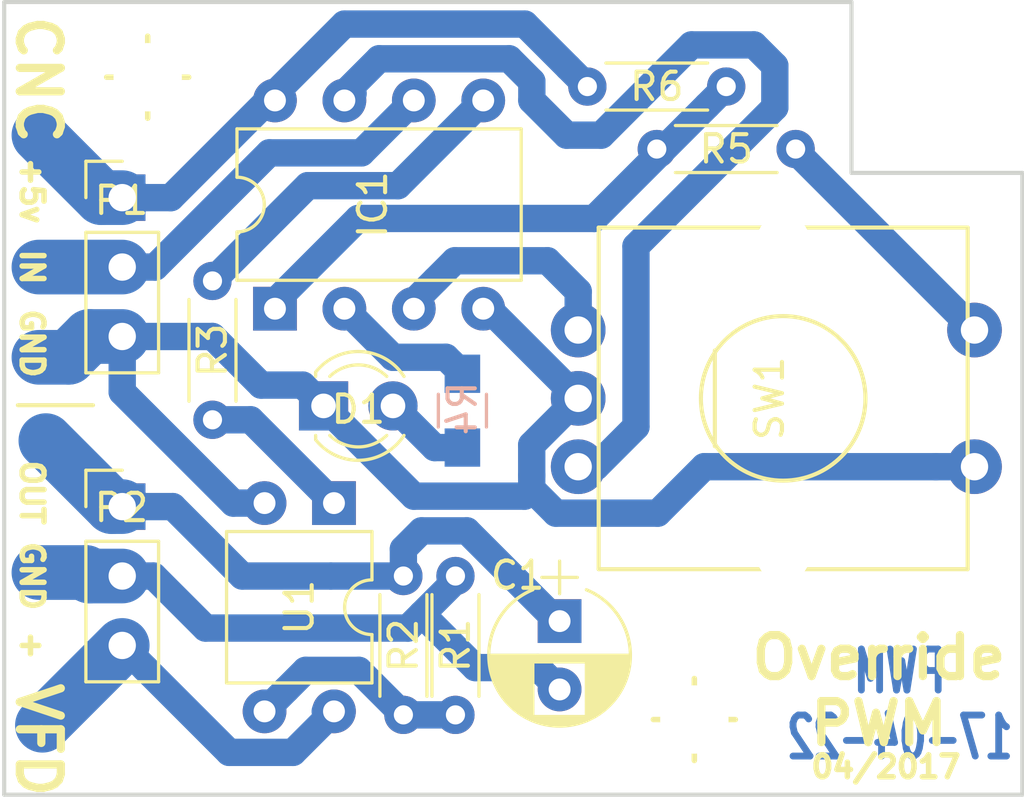
<source format=kicad_pcb>
(kicad_pcb (version 4) (host pcbnew 4.0.5)

  (general
    (links 24)
    (no_connects 2)
    (area 141.924999 74.174999 179.325001 103.325001)
    (thickness 1.6)
    (drawings 22)
    (tracks 109)
    (zones 0)
    (modules 15)
    (nets 16)
  )

  (page A4)
  (layers
    (0 F.Cu signal)
    (31 B.Cu signal)
    (32 B.Adhes user)
    (33 F.Adhes user)
    (34 B.Paste user)
    (35 F.Paste user)
    (36 B.SilkS user)
    (37 F.SilkS user)
    (38 B.Mask user)
    (39 F.Mask user)
    (40 Dwgs.User user)
    (41 Cmts.User user)
    (42 Eco1.User user)
    (43 Eco2.User user)
    (44 Edge.Cuts user)
    (45 Margin user)
    (46 B.CrtYd user)
    (47 F.CrtYd user)
    (48 B.Fab user)
    (49 F.Fab user)
  )

  (setup
    (last_trace_width 1)
    (user_trace_width 0.2)
    (user_trace_width 0.3048)
    (user_trace_width 0.5)
    (user_trace_width 2)
    (trace_clearance 0.2)
    (zone_clearance 0.508)
    (zone_45_only yes)
    (trace_min 0.2)
    (segment_width 0.15)
    (edge_width 0.15)
    (via_size 1.6)
    (via_drill 0.8)
    (via_min_size 0.4)
    (via_min_drill 0.3)
    (uvia_size 0.3)
    (uvia_drill 0.1)
    (uvias_allowed no)
    (uvia_min_size 0.2)
    (uvia_min_drill 0.1)
    (pcb_text_width 0.3)
    (pcb_text_size 1.5 1.5)
    (mod_edge_width 0.15)
    (mod_text_size 1 1)
    (mod_text_width 0.15)
    (pad_size 1.4 1.3)
    (pad_drill 0)
    (pad_to_mask_clearance 0.2)
    (aux_axis_origin 142 103.25)
    (grid_origin 142 103.25)
    (visible_elements 7FFFEFFF)
    (pcbplotparams
      (layerselection 0x01000_80000000)
      (usegerberextensions false)
      (excludeedgelayer true)
      (linewidth 0.100000)
      (plotframeref false)
      (viasonmask false)
      (mode 1)
      (useauxorigin false)
      (hpglpennumber 1)
      (hpglpenspeed 20)
      (hpglpendiameter 15)
      (hpglpenoverlay 2)
      (psnegative false)
      (psa4output false)
      (plotreference true)
      (plotvalue true)
      (plotinvisibletext false)
      (padsonsilk false)
      (subtractmaskfromsilk false)
      (outputformat 1)
      (mirror false)
      (drillshape 0)
      (scaleselection 1)
      (outputdirectory gerber/))
  )

  (net 0 "")
  (net 1 GNDA)
  (net 2 /PWM)
  (net 3 GND)
  (net 4 +5V)
  (net 5 "Net-(R1-Pad2)")
  (net 6 /B)
  (net 7 /SW)
  (net 8 /A)
  (net 9 /IN)
  (net 10 "Net-(R3-Pad2)")
  (net 11 /Vref)
  (net 12 VCC)
  (net 13 "Net-(D1-Pad2)")
  (net 14 "Net-(IC1-Pad2)")
  (net 15 "Net-(R5-Pad1)")

  (net_class Default "This is the default net class."
    (clearance 0.2)
    (trace_width 1)
    (via_dia 1.6)
    (via_drill 0.8)
    (uvia_dia 0.3)
    (uvia_drill 0.1)
    (add_net +5V)
    (add_net /A)
    (add_net /B)
    (add_net /IN)
    (add_net /PWM)
    (add_net /SW)
    (add_net /Vref)
    (add_net GND)
    (add_net GNDA)
    (add_net "Net-(D1-Pad2)")
    (add_net "Net-(IC1-Pad2)")
    (add_net "Net-(R1-Pad2)")
    (add_net "Net-(R3-Pad2)")
    (add_net "Net-(R5-Pad1)")
    (add_net VCC)
  )

  (module Housings_DIP:DIP-8_W7.62mm (layer F.Cu) (tedit 58CC8E33) (tstamp 58E23AE1)
    (at 151.906 85.47 90)
    (descr "8-lead dip package, row spacing 7.62 mm (300 mils)")
    (tags "DIL DIP PDIP 2.54mm 7.62mm 300mil")
    (path /58E23514)
    (fp_text reference IC1 (at 3.81 3.575 90) (layer F.SilkS)
      (effects (font (size 1 1) (thickness 0.15)))
    )
    (fp_text value ATTINY13-P (at 5.82 3.75 180) (layer F.Fab)
      (effects (font (size 1 1) (thickness 0.15)))
    )
    (fp_text user %R (at 3.81 3.81 90) (layer F.Fab)
      (effects (font (size 1 1) (thickness 0.15)))
    )
    (fp_line (start 1.635 -1.27) (end 6.985 -1.27) (layer F.Fab) (width 0.1))
    (fp_line (start 6.985 -1.27) (end 6.985 8.89) (layer F.Fab) (width 0.1))
    (fp_line (start 6.985 8.89) (end 0.635 8.89) (layer F.Fab) (width 0.1))
    (fp_line (start 0.635 8.89) (end 0.635 -0.27) (layer F.Fab) (width 0.1))
    (fp_line (start 0.635 -0.27) (end 1.635 -1.27) (layer F.Fab) (width 0.1))
    (fp_line (start 2.81 -1.39) (end 1.04 -1.39) (layer F.SilkS) (width 0.12))
    (fp_line (start 1.04 -1.39) (end 1.04 9.01) (layer F.SilkS) (width 0.12))
    (fp_line (start 1.04 9.01) (end 6.58 9.01) (layer F.SilkS) (width 0.12))
    (fp_line (start 6.58 9.01) (end 6.58 -1.39) (layer F.SilkS) (width 0.12))
    (fp_line (start 6.58 -1.39) (end 4.81 -1.39) (layer F.SilkS) (width 0.12))
    (fp_line (start -1.1 -1.6) (end -1.1 9.2) (layer F.CrtYd) (width 0.05))
    (fp_line (start -1.1 9.2) (end 8.7 9.2) (layer F.CrtYd) (width 0.05))
    (fp_line (start 8.7 9.2) (end 8.7 -1.6) (layer F.CrtYd) (width 0.05))
    (fp_line (start 8.7 -1.6) (end -1.1 -1.6) (layer F.CrtYd) (width 0.05))
    (fp_arc (start 3.81 -1.39) (end 2.81 -1.39) (angle -180) (layer F.SilkS) (width 0.12))
    (pad 1 thru_hole rect (at 0 0 90) (size 1.6 1.6) (drill 0.8) (layers *.Cu *.Mask)
      (net 7 /SW))
    (pad 5 thru_hole oval (at 7.62 7.62 90) (size 1.6 1.6) (drill 0.8) (layers *.Cu *.Mask)
      (net 2 /PWM))
    (pad 2 thru_hole oval (at 0 2.54 90) (size 1.6 1.6) (drill 0.8) (layers *.Cu *.Mask)
      (net 14 "Net-(IC1-Pad2)"))
    (pad 6 thru_hole oval (at 7.62 5.08 90) (size 1.6 1.6) (drill 0.8) (layers *.Cu *.Mask)
      (net 9 /IN))
    (pad 3 thru_hole oval (at 0 5.08 90) (size 1.6 1.6) (drill 0.8) (layers *.Cu *.Mask)
      (net 8 /A))
    (pad 7 thru_hole oval (at 7.62 2.54 90) (size 1.6 1.6) (drill 0.8) (layers *.Cu *.Mask)
      (net 6 /B))
    (pad 4 thru_hole oval (at 0 7.62 90) (size 1.6 1.6) (drill 0.8) (layers *.Cu *.Mask)
      (net 3 GND))
    (pad 8 thru_hole oval (at 7.62 0 90) (size 1.6 1.6) (drill 0.8) (layers *.Cu *.Mask)
      (net 4 +5V))
    (model Housings_DIP.3dshapes/DIP-8_W7.62mm.wrl
      (at (xyz 0 0 0))
      (scale (xyz 1 1 1))
      (rotate (xyz 0 0 0))
    )
  )

  (module Housings_DIP:DIP-4_W7.62mm (layer F.Cu) (tedit 58CC8E31) (tstamp 58E253A6)
    (at 154.065 92.582 270)
    (descr "4-lead dip package, row spacing 7.62 mm (300 mils)")
    (tags "DIL DIP PDIP 2.54mm 7.62mm 300mil")
    (path /58E25D44)
    (fp_text reference U1 (at 3.81 1.27 270) (layer F.SilkS)
      (effects (font (size 1 1) (thickness 0.15)))
    )
    (fp_text value LTV-817 (at 2.04 1.515 540) (layer F.Fab)
      (effects (font (size 1 1) (thickness 0.15)))
    )
    (fp_text user %R (at 3.81 1.27 270) (layer F.Fab)
      (effects (font (size 1 1) (thickness 0.15)))
    )
    (fp_line (start 1.635 -1.27) (end 6.985 -1.27) (layer F.Fab) (width 0.1))
    (fp_line (start 6.985 -1.27) (end 6.985 3.81) (layer F.Fab) (width 0.1))
    (fp_line (start 6.985 3.81) (end 0.635 3.81) (layer F.Fab) (width 0.1))
    (fp_line (start 0.635 3.81) (end 0.635 -0.27) (layer F.Fab) (width 0.1))
    (fp_line (start 0.635 -0.27) (end 1.635 -1.27) (layer F.Fab) (width 0.1))
    (fp_line (start 2.81 -1.39) (end 1.04 -1.39) (layer F.SilkS) (width 0.12))
    (fp_line (start 1.04 -1.39) (end 1.04 3.93) (layer F.SilkS) (width 0.12))
    (fp_line (start 1.04 3.93) (end 6.58 3.93) (layer F.SilkS) (width 0.12))
    (fp_line (start 6.58 3.93) (end 6.58 -1.39) (layer F.SilkS) (width 0.12))
    (fp_line (start 6.58 -1.39) (end 4.81 -1.39) (layer F.SilkS) (width 0.12))
    (fp_line (start -1.1 -1.6) (end -1.1 4.1) (layer F.CrtYd) (width 0.05))
    (fp_line (start -1.1 4.1) (end 8.7 4.1) (layer F.CrtYd) (width 0.05))
    (fp_line (start 8.7 4.1) (end 8.7 -1.6) (layer F.CrtYd) (width 0.05))
    (fp_line (start 8.7 -1.6) (end -1.1 -1.6) (layer F.CrtYd) (width 0.05))
    (fp_arc (start 3.81 -1.39) (end 2.81 -1.39) (angle -180) (layer F.SilkS) (width 0.12))
    (pad 1 thru_hole rect (at 0 0 270) (size 1.6 1.6) (drill 0.8) (layers *.Cu *.Mask)
      (net 10 "Net-(R3-Pad2)"))
    (pad 3 thru_hole oval (at 7.62 2.54 270) (size 1.6 1.6) (drill 0.8) (layers *.Cu *.Mask)
      (net 5 "Net-(R1-Pad2)"))
    (pad 2 thru_hole oval (at 0 2.54 270) (size 1.6 1.6) (drill 0.8) (layers *.Cu *.Mask)
      (net 3 GND))
    (pad 4 thru_hole oval (at 7.62 0 270) (size 1.6 1.6) (drill 0.8) (layers *.Cu *.Mask)
      (net 12 VCC))
    (model Housings_DIP.3dshapes/DIP-4_W7.62mm.wrl
      (at (xyz 0 0 0))
      (scale (xyz 1 1 1))
      (rotate (xyz 0 0 0))
    )
  )

  (module Pin_Headers:Pin_Header_Straight_1x03_Pitch2.54mm (layer F.Cu) (tedit 58E78FFE) (tstamp 58E23AE8)
    (at 146.318 81.406)
    (descr "Through hole straight pin header, 1x03, 2.54mm pitch, single row")
    (tags "Through hole pin header THT 1x03 2.54mm single row")
    (path /58E23B2F)
    (fp_text reference P1 (at -0.03 0.105) (layer F.SilkS)
      (effects (font (size 1 1) (thickness 0.15)))
    )
    (fp_text value CONN_01X03 (at -5.588 2.605 90) (layer F.Fab) hide
      (effects (font (size 1 1) (thickness 0.15)))
    )
    (fp_line (start -1.27 -1.27) (end -1.27 6.35) (layer F.Fab) (width 0.1))
    (fp_line (start -1.27 6.35) (end 1.27 6.35) (layer F.Fab) (width 0.1))
    (fp_line (start 1.27 6.35) (end 1.27 -1.27) (layer F.Fab) (width 0.1))
    (fp_line (start 1.27 -1.27) (end -1.27 -1.27) (layer F.Fab) (width 0.1))
    (fp_line (start -1.33 1.27) (end -1.33 6.41) (layer F.SilkS) (width 0.12))
    (fp_line (start -1.33 6.41) (end 1.33 6.41) (layer F.SilkS) (width 0.12))
    (fp_line (start 1.33 6.41) (end 1.33 1.27) (layer F.SilkS) (width 0.12))
    (fp_line (start 1.33 1.27) (end -1.33 1.27) (layer F.SilkS) (width 0.12))
    (fp_line (start -1.33 0) (end -1.33 -1.33) (layer F.SilkS) (width 0.12))
    (fp_line (start -1.33 -1.33) (end 0 -1.33) (layer F.SilkS) (width 0.12))
    (fp_line (start -1.8 -1.8) (end -1.8 6.85) (layer F.CrtYd) (width 0.05))
    (fp_line (start -1.8 6.85) (end 1.8 6.85) (layer F.CrtYd) (width 0.05))
    (fp_line (start 1.8 6.85) (end 1.8 -1.8) (layer F.CrtYd) (width 0.05))
    (fp_line (start 1.8 -1.8) (end -1.8 -1.8) (layer F.CrtYd) (width 0.05))
    (fp_text user %R (at 0.22 0.855) (layer F.Fab)
      (effects (font (size 1 1) (thickness 0.15)))
    )
    (pad 1 thru_hole rect (at 0 0) (size 1.7 1.7) (drill 1) (layers *.Cu *.Mask)
      (net 4 +5V))
    (pad 2 thru_hole oval (at 0 2.54) (size 1.7 1.7) (drill 1) (layers *.Cu *.Mask)
      (net 9 /IN))
    (pad 3 thru_hole oval (at 0 5.08) (size 1.7 1.7) (drill 1) (layers *.Cu *.Mask)
      (net 3 GND))
    (model ${KISYS3DMOD}/Pin_Headers.3dshapes/Pin_Header_Straight_1x03_Pitch2.54mm.wrl
      (at (xyz 0 -0.1 0))
      (scale (xyz 1 1 1))
      (rotate (xyz 0 0 90))
    )
  )

  (module LEDs:LED_D3.0mm (layer F.Cu) (tedit 587A3A7B) (tstamp 58E26229)
    (at 153.684 89.026)
    (descr "LED, diameter 3.0mm, 2 pins")
    (tags "LED diameter 3.0mm 2 pins")
    (path /58E29931)
    (fp_text reference D1 (at 1.27 0.126) (layer F.SilkS)
      (effects (font (size 1 1) (thickness 0.15)))
    )
    (fp_text value LED (at 1.345 1.65) (layer F.Fab)
      (effects (font (size 1 1) (thickness 0.15)))
    )
    (fp_arc (start 1.27 0) (end -0.23 -1.16619) (angle 284.3) (layer F.Fab) (width 0.1))
    (fp_arc (start 1.27 0) (end -0.29 -1.235516) (angle 108.8) (layer F.SilkS) (width 0.12))
    (fp_arc (start 1.27 0) (end -0.29 1.235516) (angle -108.8) (layer F.SilkS) (width 0.12))
    (fp_arc (start 1.27 0) (end 0.229039 -1.08) (angle 87.9) (layer F.SilkS) (width 0.12))
    (fp_arc (start 1.27 0) (end 0.229039 1.08) (angle -87.9) (layer F.SilkS) (width 0.12))
    (fp_circle (center 1.27 0) (end 2.77 0) (layer F.Fab) (width 0.1))
    (fp_line (start -0.23 -1.16619) (end -0.23 1.16619) (layer F.Fab) (width 0.1))
    (fp_line (start -0.29 -1.236) (end -0.29 -1.08) (layer F.SilkS) (width 0.12))
    (fp_line (start -0.29 1.08) (end -0.29 1.236) (layer F.SilkS) (width 0.12))
    (fp_line (start -1.15 -2.25) (end -1.15 2.25) (layer F.CrtYd) (width 0.05))
    (fp_line (start -1.15 2.25) (end 3.7 2.25) (layer F.CrtYd) (width 0.05))
    (fp_line (start 3.7 2.25) (end 3.7 -2.25) (layer F.CrtYd) (width 0.05))
    (fp_line (start 3.7 -2.25) (end -1.15 -2.25) (layer F.CrtYd) (width 0.05))
    (pad 1 thru_hole rect (at 0 0) (size 1.8 1.8) (drill 0.9) (layers *.Cu *.Mask)
      (net 3 GND))
    (pad 2 thru_hole circle (at 2.54 0) (size 1.8 1.8) (drill 0.9) (layers *.Cu *.Mask)
      (net 13 "Net-(D1-Pad2)"))
    (model LEDs.3dshapes/LED_D3.0mm.wrl
      (at (xyz 0 0 0))
      (scale (xyz 0.393701 0.393701 0.393701))
      (rotate (xyz 0 0 0))
    )
  )

  (module Capacitors_THT:CP_Radial_D5.0mm_P2.50mm (layer F.Cu) (tedit 58765D06) (tstamp 58E2539B)
    (at 162.32 96.9 270)
    (descr "CP, Radial series, Radial, pin pitch=2.50mm, , diameter=5mm, Electrolytic Capacitor")
    (tags "CP Radial series Radial pin pitch 2.50mm  diameter 5mm Electrolytic Capacitor")
    (path /58E25B1D)
    (fp_text reference C1 (at -1.675 1.54 360) (layer F.SilkS)
      (effects (font (size 1 1) (thickness 0.15)))
    )
    (fp_text value 4.7u (at 1.325 -0.395 360) (layer F.Fab)
      (effects (font (size 1 1) (thickness 0.15)))
    )
    (fp_arc (start 1.25 0) (end -1.147436 -0.98) (angle 135.5) (layer F.SilkS) (width 0.12))
    (fp_arc (start 1.25 0) (end -1.147436 0.98) (angle -135.5) (layer F.SilkS) (width 0.12))
    (fp_arc (start 1.25 0) (end 3.647436 -0.98) (angle 44.5) (layer F.SilkS) (width 0.12))
    (fp_circle (center 1.25 0) (end 3.75 0) (layer F.Fab) (width 0.1))
    (fp_line (start -2.2 0) (end -1 0) (layer F.Fab) (width 0.1))
    (fp_line (start -1.6 -0.65) (end -1.6 0.65) (layer F.Fab) (width 0.1))
    (fp_line (start 1.25 -2.55) (end 1.25 2.55) (layer F.SilkS) (width 0.12))
    (fp_line (start 1.29 -2.55) (end 1.29 2.55) (layer F.SilkS) (width 0.12))
    (fp_line (start 1.33 -2.549) (end 1.33 2.549) (layer F.SilkS) (width 0.12))
    (fp_line (start 1.37 -2.548) (end 1.37 2.548) (layer F.SilkS) (width 0.12))
    (fp_line (start 1.41 -2.546) (end 1.41 2.546) (layer F.SilkS) (width 0.12))
    (fp_line (start 1.45 -2.543) (end 1.45 2.543) (layer F.SilkS) (width 0.12))
    (fp_line (start 1.49 -2.539) (end 1.49 2.539) (layer F.SilkS) (width 0.12))
    (fp_line (start 1.53 -2.535) (end 1.53 -0.98) (layer F.SilkS) (width 0.12))
    (fp_line (start 1.53 0.98) (end 1.53 2.535) (layer F.SilkS) (width 0.12))
    (fp_line (start 1.57 -2.531) (end 1.57 -0.98) (layer F.SilkS) (width 0.12))
    (fp_line (start 1.57 0.98) (end 1.57 2.531) (layer F.SilkS) (width 0.12))
    (fp_line (start 1.61 -2.525) (end 1.61 -0.98) (layer F.SilkS) (width 0.12))
    (fp_line (start 1.61 0.98) (end 1.61 2.525) (layer F.SilkS) (width 0.12))
    (fp_line (start 1.65 -2.519) (end 1.65 -0.98) (layer F.SilkS) (width 0.12))
    (fp_line (start 1.65 0.98) (end 1.65 2.519) (layer F.SilkS) (width 0.12))
    (fp_line (start 1.69 -2.513) (end 1.69 -0.98) (layer F.SilkS) (width 0.12))
    (fp_line (start 1.69 0.98) (end 1.69 2.513) (layer F.SilkS) (width 0.12))
    (fp_line (start 1.73 -2.506) (end 1.73 -0.98) (layer F.SilkS) (width 0.12))
    (fp_line (start 1.73 0.98) (end 1.73 2.506) (layer F.SilkS) (width 0.12))
    (fp_line (start 1.77 -2.498) (end 1.77 -0.98) (layer F.SilkS) (width 0.12))
    (fp_line (start 1.77 0.98) (end 1.77 2.498) (layer F.SilkS) (width 0.12))
    (fp_line (start 1.81 -2.489) (end 1.81 -0.98) (layer F.SilkS) (width 0.12))
    (fp_line (start 1.81 0.98) (end 1.81 2.489) (layer F.SilkS) (width 0.12))
    (fp_line (start 1.85 -2.48) (end 1.85 -0.98) (layer F.SilkS) (width 0.12))
    (fp_line (start 1.85 0.98) (end 1.85 2.48) (layer F.SilkS) (width 0.12))
    (fp_line (start 1.89 -2.47) (end 1.89 -0.98) (layer F.SilkS) (width 0.12))
    (fp_line (start 1.89 0.98) (end 1.89 2.47) (layer F.SilkS) (width 0.12))
    (fp_line (start 1.93 -2.46) (end 1.93 -0.98) (layer F.SilkS) (width 0.12))
    (fp_line (start 1.93 0.98) (end 1.93 2.46) (layer F.SilkS) (width 0.12))
    (fp_line (start 1.971 -2.448) (end 1.971 -0.98) (layer F.SilkS) (width 0.12))
    (fp_line (start 1.971 0.98) (end 1.971 2.448) (layer F.SilkS) (width 0.12))
    (fp_line (start 2.011 -2.436) (end 2.011 -0.98) (layer F.SilkS) (width 0.12))
    (fp_line (start 2.011 0.98) (end 2.011 2.436) (layer F.SilkS) (width 0.12))
    (fp_line (start 2.051 -2.424) (end 2.051 -0.98) (layer F.SilkS) (width 0.12))
    (fp_line (start 2.051 0.98) (end 2.051 2.424) (layer F.SilkS) (width 0.12))
    (fp_line (start 2.091 -2.41) (end 2.091 -0.98) (layer F.SilkS) (width 0.12))
    (fp_line (start 2.091 0.98) (end 2.091 2.41) (layer F.SilkS) (width 0.12))
    (fp_line (start 2.131 -2.396) (end 2.131 -0.98) (layer F.SilkS) (width 0.12))
    (fp_line (start 2.131 0.98) (end 2.131 2.396) (layer F.SilkS) (width 0.12))
    (fp_line (start 2.171 -2.382) (end 2.171 -0.98) (layer F.SilkS) (width 0.12))
    (fp_line (start 2.171 0.98) (end 2.171 2.382) (layer F.SilkS) (width 0.12))
    (fp_line (start 2.211 -2.366) (end 2.211 -0.98) (layer F.SilkS) (width 0.12))
    (fp_line (start 2.211 0.98) (end 2.211 2.366) (layer F.SilkS) (width 0.12))
    (fp_line (start 2.251 -2.35) (end 2.251 -0.98) (layer F.SilkS) (width 0.12))
    (fp_line (start 2.251 0.98) (end 2.251 2.35) (layer F.SilkS) (width 0.12))
    (fp_line (start 2.291 -2.333) (end 2.291 -0.98) (layer F.SilkS) (width 0.12))
    (fp_line (start 2.291 0.98) (end 2.291 2.333) (layer F.SilkS) (width 0.12))
    (fp_line (start 2.331 -2.315) (end 2.331 -0.98) (layer F.SilkS) (width 0.12))
    (fp_line (start 2.331 0.98) (end 2.331 2.315) (layer F.SilkS) (width 0.12))
    (fp_line (start 2.371 -2.296) (end 2.371 -0.98) (layer F.SilkS) (width 0.12))
    (fp_line (start 2.371 0.98) (end 2.371 2.296) (layer F.SilkS) (width 0.12))
    (fp_line (start 2.411 -2.276) (end 2.411 -0.98) (layer F.SilkS) (width 0.12))
    (fp_line (start 2.411 0.98) (end 2.411 2.276) (layer F.SilkS) (width 0.12))
    (fp_line (start 2.451 -2.256) (end 2.451 -0.98) (layer F.SilkS) (width 0.12))
    (fp_line (start 2.451 0.98) (end 2.451 2.256) (layer F.SilkS) (width 0.12))
    (fp_line (start 2.491 -2.234) (end 2.491 -0.98) (layer F.SilkS) (width 0.12))
    (fp_line (start 2.491 0.98) (end 2.491 2.234) (layer F.SilkS) (width 0.12))
    (fp_line (start 2.531 -2.212) (end 2.531 -0.98) (layer F.SilkS) (width 0.12))
    (fp_line (start 2.531 0.98) (end 2.531 2.212) (layer F.SilkS) (width 0.12))
    (fp_line (start 2.571 -2.189) (end 2.571 -0.98) (layer F.SilkS) (width 0.12))
    (fp_line (start 2.571 0.98) (end 2.571 2.189) (layer F.SilkS) (width 0.12))
    (fp_line (start 2.611 -2.165) (end 2.611 -0.98) (layer F.SilkS) (width 0.12))
    (fp_line (start 2.611 0.98) (end 2.611 2.165) (layer F.SilkS) (width 0.12))
    (fp_line (start 2.651 -2.14) (end 2.651 -0.98) (layer F.SilkS) (width 0.12))
    (fp_line (start 2.651 0.98) (end 2.651 2.14) (layer F.SilkS) (width 0.12))
    (fp_line (start 2.691 -2.113) (end 2.691 -0.98) (layer F.SilkS) (width 0.12))
    (fp_line (start 2.691 0.98) (end 2.691 2.113) (layer F.SilkS) (width 0.12))
    (fp_line (start 2.731 -2.086) (end 2.731 -0.98) (layer F.SilkS) (width 0.12))
    (fp_line (start 2.731 0.98) (end 2.731 2.086) (layer F.SilkS) (width 0.12))
    (fp_line (start 2.771 -2.058) (end 2.771 -0.98) (layer F.SilkS) (width 0.12))
    (fp_line (start 2.771 0.98) (end 2.771 2.058) (layer F.SilkS) (width 0.12))
    (fp_line (start 2.811 -2.028) (end 2.811 -0.98) (layer F.SilkS) (width 0.12))
    (fp_line (start 2.811 0.98) (end 2.811 2.028) (layer F.SilkS) (width 0.12))
    (fp_line (start 2.851 -1.997) (end 2.851 -0.98) (layer F.SilkS) (width 0.12))
    (fp_line (start 2.851 0.98) (end 2.851 1.997) (layer F.SilkS) (width 0.12))
    (fp_line (start 2.891 -1.965) (end 2.891 -0.98) (layer F.SilkS) (width 0.12))
    (fp_line (start 2.891 0.98) (end 2.891 1.965) (layer F.SilkS) (width 0.12))
    (fp_line (start 2.931 -1.932) (end 2.931 -0.98) (layer F.SilkS) (width 0.12))
    (fp_line (start 2.931 0.98) (end 2.931 1.932) (layer F.SilkS) (width 0.12))
    (fp_line (start 2.971 -1.897) (end 2.971 -0.98) (layer F.SilkS) (width 0.12))
    (fp_line (start 2.971 0.98) (end 2.971 1.897) (layer F.SilkS) (width 0.12))
    (fp_line (start 3.011 -1.861) (end 3.011 -0.98) (layer F.SilkS) (width 0.12))
    (fp_line (start 3.011 0.98) (end 3.011 1.861) (layer F.SilkS) (width 0.12))
    (fp_line (start 3.051 -1.823) (end 3.051 -0.98) (layer F.SilkS) (width 0.12))
    (fp_line (start 3.051 0.98) (end 3.051 1.823) (layer F.SilkS) (width 0.12))
    (fp_line (start 3.091 -1.783) (end 3.091 -0.98) (layer F.SilkS) (width 0.12))
    (fp_line (start 3.091 0.98) (end 3.091 1.783) (layer F.SilkS) (width 0.12))
    (fp_line (start 3.131 -1.742) (end 3.131 -0.98) (layer F.SilkS) (width 0.12))
    (fp_line (start 3.131 0.98) (end 3.131 1.742) (layer F.SilkS) (width 0.12))
    (fp_line (start 3.171 -1.699) (end 3.171 -0.98) (layer F.SilkS) (width 0.12))
    (fp_line (start 3.171 0.98) (end 3.171 1.699) (layer F.SilkS) (width 0.12))
    (fp_line (start 3.211 -1.654) (end 3.211 -0.98) (layer F.SilkS) (width 0.12))
    (fp_line (start 3.211 0.98) (end 3.211 1.654) (layer F.SilkS) (width 0.12))
    (fp_line (start 3.251 -1.606) (end 3.251 -0.98) (layer F.SilkS) (width 0.12))
    (fp_line (start 3.251 0.98) (end 3.251 1.606) (layer F.SilkS) (width 0.12))
    (fp_line (start 3.291 -1.556) (end 3.291 -0.98) (layer F.SilkS) (width 0.12))
    (fp_line (start 3.291 0.98) (end 3.291 1.556) (layer F.SilkS) (width 0.12))
    (fp_line (start 3.331 -1.504) (end 3.331 -0.98) (layer F.SilkS) (width 0.12))
    (fp_line (start 3.331 0.98) (end 3.331 1.504) (layer F.SilkS) (width 0.12))
    (fp_line (start 3.371 -1.448) (end 3.371 -0.98) (layer F.SilkS) (width 0.12))
    (fp_line (start 3.371 0.98) (end 3.371 1.448) (layer F.SilkS) (width 0.12))
    (fp_line (start 3.411 -1.39) (end 3.411 -0.98) (layer F.SilkS) (width 0.12))
    (fp_line (start 3.411 0.98) (end 3.411 1.39) (layer F.SilkS) (width 0.12))
    (fp_line (start 3.451 -1.327) (end 3.451 -0.98) (layer F.SilkS) (width 0.12))
    (fp_line (start 3.451 0.98) (end 3.451 1.327) (layer F.SilkS) (width 0.12))
    (fp_line (start 3.491 -1.261) (end 3.491 1.261) (layer F.SilkS) (width 0.12))
    (fp_line (start 3.531 -1.189) (end 3.531 1.189) (layer F.SilkS) (width 0.12))
    (fp_line (start 3.571 -1.112) (end 3.571 1.112) (layer F.SilkS) (width 0.12))
    (fp_line (start 3.611 -1.028) (end 3.611 1.028) (layer F.SilkS) (width 0.12))
    (fp_line (start 3.651 -0.934) (end 3.651 0.934) (layer F.SilkS) (width 0.12))
    (fp_line (start 3.691 -0.829) (end 3.691 0.829) (layer F.SilkS) (width 0.12))
    (fp_line (start 3.731 -0.707) (end 3.731 0.707) (layer F.SilkS) (width 0.12))
    (fp_line (start 3.771 -0.559) (end 3.771 0.559) (layer F.SilkS) (width 0.12))
    (fp_line (start 3.811 -0.354) (end 3.811 0.354) (layer F.SilkS) (width 0.12))
    (fp_line (start -2.2 0) (end -1 0) (layer F.SilkS) (width 0.12))
    (fp_line (start -1.6 -0.65) (end -1.6 0.65) (layer F.SilkS) (width 0.12))
    (fp_line (start -1.6 -2.85) (end -1.6 2.85) (layer F.CrtYd) (width 0.05))
    (fp_line (start -1.6 2.85) (end 4.1 2.85) (layer F.CrtYd) (width 0.05))
    (fp_line (start 4.1 2.85) (end 4.1 -2.85) (layer F.CrtYd) (width 0.05))
    (fp_line (start 4.1 -2.85) (end -1.6 -2.85) (layer F.CrtYd) (width 0.05))
    (pad 1 thru_hole rect (at 0 0 270) (size 1.6 1.6) (drill 0.8) (layers *.Cu *.Mask)
      (net 11 /Vref))
    (pad 2 thru_hole circle (at 2.5 0 270) (size 1.6 1.6) (drill 0.8) (layers *.Cu *.Mask)
      (net 1 GNDA))
    (model Capacitors_THT.3dshapes/CP_Radial_D5.0mm_P2.50mm.wrl
      (at (xyz 0 0 0))
      (scale (xyz 0.393701 0.393701 0.393701))
      (rotate (xyz 0 0 0))
    )
  )

  (module Mounting_Holes:MountingHole_2.5mm (layer F.Cu) (tedit 58E78FDD) (tstamp 58E23C36)
    (at 147.25 77)
    (descr "Mounting Hole 2.5mm, no annular")
    (tags "mounting hole 2.5mm no annular")
    (fp_text reference REF** (at 0 -3.5) (layer F.SilkS) hide
      (effects (font (size 1 1) (thickness 0.15)))
    )
    (fp_text value MountingHole_2.5mm (at 0.5 -3.5) (layer F.Fab) hide
      (effects (font (size 1 1) (thickness 0.15)))
    )
    (fp_circle (center 0 0) (end 2.5 0) (layer Cmts.User) (width 0.15))
    (fp_circle (center 0 0) (end 2.75 0) (layer F.CrtYd) (width 0.05))
    (pad 1 np_thru_hole circle (at 0 0) (size 2.5 2.5) (drill 2.5) (layers *.Cu *.Mask))
  )

  (module Resistors_THT:R_Axial_DIN0204_L3.6mm_D1.6mm_P5.08mm_Horizontal (layer F.Cu) (tedit 5874F706) (tstamp 58E23AFB)
    (at 156.605 95.25 270)
    (descr "Resistor, Axial_DIN0204 series, Axial, Horizontal, pin pitch=5.08mm, 0.16666666666666666W = 1/6W, length*diameter=3.6*1.6mm^2, http://cdn-reichelt.de/documents/datenblatt/B400/1_4W%23YAG.pdf")
    (tags "Resistor Axial_DIN0204 series Axial Horizontal pin pitch 5.08mm 0.16666666666666666W = 1/6W length 3.6mm diameter 1.6mm")
    (path /58E244D2)
    (fp_text reference R2 (at 2.54 0 270) (layer F.SilkS)
      (effects (font (size 1 1) (thickness 0.15)))
    )
    (fp_text value 4.7k (at 2.54 0 270) (layer F.Fab)
      (effects (font (size 1 1) (thickness 0.15)))
    )
    (fp_line (start 0.74 -0.8) (end 0.74 0.8) (layer F.Fab) (width 0.1))
    (fp_line (start 0.74 0.8) (end 4.34 0.8) (layer F.Fab) (width 0.1))
    (fp_line (start 4.34 0.8) (end 4.34 -0.8) (layer F.Fab) (width 0.1))
    (fp_line (start 4.34 -0.8) (end 0.74 -0.8) (layer F.Fab) (width 0.1))
    (fp_line (start 0 0) (end 0.74 0) (layer F.Fab) (width 0.1))
    (fp_line (start 5.08 0) (end 4.34 0) (layer F.Fab) (width 0.1))
    (fp_line (start 0.68 -0.86) (end 4.4 -0.86) (layer F.SilkS) (width 0.12))
    (fp_line (start 0.68 0.86) (end 4.4 0.86) (layer F.SilkS) (width 0.12))
    (fp_line (start -0.95 -1.15) (end -0.95 1.15) (layer F.CrtYd) (width 0.05))
    (fp_line (start -0.95 1.15) (end 6.05 1.15) (layer F.CrtYd) (width 0.05))
    (fp_line (start 6.05 1.15) (end 6.05 -1.15) (layer F.CrtYd) (width 0.05))
    (fp_line (start 6.05 -1.15) (end -0.95 -1.15) (layer F.CrtYd) (width 0.05))
    (pad 1 thru_hole circle (at 0 0 270) (size 1.4 1.4) (drill 0.7) (layers *.Cu *.Mask)
      (net 11 /Vref))
    (pad 2 thru_hole oval (at 5.08 0 270) (size 1.4 1.4) (drill 0.7) (layers *.Cu *.Mask)
      (net 5 "Net-(R1-Pad2)"))
    (model Resistors_THT.3dshapes/R_Axial_DIN0204_L3.6mm_D1.6mm_P5.08mm_Horizontal.wrl
      (at (xyz 0 0 0))
      (scale (xyz 0.393701 0.393701 0.393701))
      (rotate (xyz 0 0 0))
    )
  )

  (module Resistors_THT:R_Axial_DIN0204_L3.6mm_D1.6mm_P5.08mm_Horizontal (layer F.Cu) (tedit 5874F706) (tstamp 58E23AF5)
    (at 158.51 95.25 270)
    (descr "Resistor, Axial_DIN0204 series, Axial, Horizontal, pin pitch=5.08mm, 0.16666666666666666W = 1/6W, length*diameter=3.6*1.6mm^2, http://cdn-reichelt.de/documents/datenblatt/B400/1_4W%23YAG.pdf")
    (tags "Resistor Axial_DIN0204 series Axial Horizontal pin pitch 5.08mm 0.16666666666666666W = 1/6W length 3.6mm diameter 1.6mm")
    (path /58E2451B)
    (fp_text reference R1 (at 2.54 0 270) (layer F.SilkS)
      (effects (font (size 1 1) (thickness 0.15)))
    )
    (fp_text value 470R (at 2.5 -0.155 270) (layer F.Fab)
      (effects (font (size 1 1) (thickness 0.15)))
    )
    (fp_line (start 0.74 -0.8) (end 0.74 0.8) (layer F.Fab) (width 0.1))
    (fp_line (start 0.74 0.8) (end 4.34 0.8) (layer F.Fab) (width 0.1))
    (fp_line (start 4.34 0.8) (end 4.34 -0.8) (layer F.Fab) (width 0.1))
    (fp_line (start 4.34 -0.8) (end 0.74 -0.8) (layer F.Fab) (width 0.1))
    (fp_line (start 0 0) (end 0.74 0) (layer F.Fab) (width 0.1))
    (fp_line (start 5.08 0) (end 4.34 0) (layer F.Fab) (width 0.1))
    (fp_line (start 0.68 -0.86) (end 4.4 -0.86) (layer F.SilkS) (width 0.12))
    (fp_line (start 0.68 0.86) (end 4.4 0.86) (layer F.SilkS) (width 0.12))
    (fp_line (start -0.95 -1.15) (end -0.95 1.15) (layer F.CrtYd) (width 0.05))
    (fp_line (start -0.95 1.15) (end 6.05 1.15) (layer F.CrtYd) (width 0.05))
    (fp_line (start 6.05 1.15) (end 6.05 -1.15) (layer F.CrtYd) (width 0.05))
    (fp_line (start 6.05 -1.15) (end -0.95 -1.15) (layer F.CrtYd) (width 0.05))
    (pad 1 thru_hole circle (at 0 0 270) (size 1.4 1.4) (drill 0.7) (layers *.Cu *.Mask)
      (net 1 GNDA))
    (pad 2 thru_hole oval (at 5.08 0 270) (size 1.4 1.4) (drill 0.7) (layers *.Cu *.Mask)
      (net 5 "Net-(R1-Pad2)"))
    (model Resistors_THT.3dshapes/R_Axial_DIN0204_L3.6mm_D1.6mm_P5.08mm_Horizontal.wrl
      (at (xyz 0 0 0))
      (scale (xyz 0.393701 0.393701 0.393701))
      (rotate (xyz 0 0 0))
    )
  )

  (module Pin_Headers:Pin_Header_Straight_1x03_Pitch2.54mm (layer F.Cu) (tedit 58E78FFC) (tstamp 58E23AEF)
    (at 146.318 92.71)
    (descr "Through hole straight pin header, 1x03, 2.54mm pitch, single row")
    (tags "Through hole pin header THT 1x03 2.54mm single row")
    (path /58E242DC)
    (fp_text reference P2 (at -0.03 0.04) (layer F.SilkS)
      (effects (font (size 1 1) (thickness 0.15)))
    )
    (fp_text value CONN_01X03 (at -5.334 2.92 90) (layer F.Fab) hide
      (effects (font (size 1 1) (thickness 0.15)))
    )
    (fp_line (start -1.27 -1.27) (end -1.27 6.35) (layer F.Fab) (width 0.1))
    (fp_line (start -1.27 6.35) (end 1.27 6.35) (layer F.Fab) (width 0.1))
    (fp_line (start 1.27 6.35) (end 1.27 -1.27) (layer F.Fab) (width 0.1))
    (fp_line (start 1.27 -1.27) (end -1.27 -1.27) (layer F.Fab) (width 0.1))
    (fp_line (start -1.33 1.27) (end -1.33 6.41) (layer F.SilkS) (width 0.12))
    (fp_line (start -1.33 6.41) (end 1.33 6.41) (layer F.SilkS) (width 0.12))
    (fp_line (start 1.33 6.41) (end 1.33 1.27) (layer F.SilkS) (width 0.12))
    (fp_line (start 1.33 1.27) (end -1.33 1.27) (layer F.SilkS) (width 0.12))
    (fp_line (start -1.33 0) (end -1.33 -1.33) (layer F.SilkS) (width 0.12))
    (fp_line (start -1.33 -1.33) (end 0 -1.33) (layer F.SilkS) (width 0.12))
    (fp_line (start -1.8 -1.8) (end -1.8 6.85) (layer F.CrtYd) (width 0.05))
    (fp_line (start -1.8 6.85) (end 1.8 6.85) (layer F.CrtYd) (width 0.05))
    (fp_line (start 1.8 6.85) (end 1.8 -1.8) (layer F.CrtYd) (width 0.05))
    (fp_line (start 1.8 -1.8) (end -1.8 -1.8) (layer F.CrtYd) (width 0.05))
    (fp_text user %R (at 0.47 1.04) (layer F.Fab)
      (effects (font (size 1 1) (thickness 0.15)))
    )
    (pad 1 thru_hole rect (at 0 0) (size 1.7 1.7) (drill 1) (layers *.Cu *.Mask)
      (net 11 /Vref))
    (pad 2 thru_hole oval (at 0 2.54) (size 1.7 1.7) (drill 1) (layers *.Cu *.Mask)
      (net 1 GNDA))
    (pad 3 thru_hole oval (at 0 5.08) (size 1.7 1.7) (drill 1) (layers *.Cu *.Mask)
      (net 12 VCC))
    (model ${KISYS3DMOD}/Pin_Headers.3dshapes/Pin_Header_Straight_1x03_Pitch2.54mm.wrl
      (at (xyz 0 -0.1 0))
      (scale (xyz 1 1 1))
      (rotate (xyz 0 0 90))
    )
  )

  (module Mounting_Holes:MountingHole_2.5mm (layer F.Cu) (tedit 58E78FD9) (tstamp 58E23D05)
    (at 167.25 100.5)
    (descr "Mounting Hole 2.5mm, no annular")
    (tags "mounting hole 2.5mm no annular")
    (fp_text reference REF** (at 0.75 3.75) (layer F.SilkS) hide
      (effects (font (size 1 1) (thickness 0.15)))
    )
    (fp_text value MountingHole_2.5mm (at 0 3.5) (layer F.Fab) hide
      (effects (font (size 1 1) (thickness 0.15)))
    )
    (fp_circle (center 0 0) (end 2.5 0) (layer Cmts.User) (width 0.15))
    (fp_circle (center 0 0) (end 2.75 0) (layer F.CrtYd) (width 0.05))
    (pad 1 np_thru_hole circle (at 0 0) (size 2.5 2.5) (drill 2.5) (layers *.Cu *.Mask))
  )

  (module PWM_2:Rotary (layer F.Cu) (tedit 58FB109F) (tstamp 58E23B04)
    (at 170.5 88.75 270)
    (path /58E231E9)
    (fp_text reference SW1 (at 0 0.5 270) (layer F.SilkS)
      (effects (font (size 1 1) (thickness 0.15)))
    )
    (fp_text value Rotary_Encoder_Switch (at 0 -0.5 270) (layer F.Fab)
      (effects (font (size 1 1) (thickness 0.15)))
    )
    (fp_line (start 4.8 -1.3) (end 6.6 -1.3) (layer F.Fab) (width 0.15))
    (fp_line (start 4.8 1.3) (end 4.8 -1.3) (layer F.Fab) (width 0.15))
    (fp_line (start 6.6 1.3) (end 4.8 1.3) (layer F.Fab) (width 0.15))
    (fp_line (start 6.6 -1.3) (end 6.6 1.3) (layer F.Fab) (width 0.15))
    (fp_line (start -4.8 -1.3) (end -6.6 -1.3) (layer F.Fab) (width 0.15))
    (fp_line (start -4.8 1.3) (end -4.8 -1.3) (layer F.Fab) (width 0.15))
    (fp_line (start -6.6 1.3) (end -4.8 1.3) (layer F.Fab) (width 0.15))
    (fp_line (start -6.6 -1.3) (end -6.6 1.3) (layer F.Fab) (width 0.15))
    (fp_line (start 1.75 2.5) (end -1.75 2.5) (layer F.SilkS) (width 0.15))
    (fp_circle (center 0 0) (end 3 -0.25) (layer F.SilkS) (width 0.15))
    (fp_line (start -6.25 -6.75) (end 6.25 -6.75) (layer F.SilkS) (width 0.15))
    (fp_line (start -6.25 6.75) (end -6.25 -6.75) (layer F.SilkS) (width 0.15))
    (fp_line (start 6.25 6.75) (end -6.25 6.75) (layer F.SilkS) (width 0.15))
    (fp_line (start 6.25 -6.75) (end 6.25 6.75) (layer F.SilkS) (width 0.15))
    (fp_line (start 7.62 -8.255) (end -7.62 -8.255) (layer F.Fab) (width 0.15))
    (fp_line (start -7.62 -8.255) (end -7.62 8.89) (layer F.Fab) (width 0.15))
    (fp_line (start -7.62 8.89) (end 7.62 8.89) (layer F.Fab) (width 0.15))
    (fp_line (start 7.62 8.89) (end 7.62 -8.255) (layer F.Fab) (width 0.15))
    (pad 5 thru_hole circle (at 2.5 -7 270) (size 2 2) (drill 1) (layers *.Cu *.Mask)
      (net 3 GND))
    (pad 4 thru_hole circle (at -2.5 -7 270) (size 2 2) (drill 1) (layers *.Cu *.Mask)
      (net 15 "Net-(R5-Pad1)"))
    (pad 3 thru_hole circle (at 2.5 7.5 270) (size 2 2) (drill 1) (layers *.Cu *.Mask)
      (net 6 /B))
    (pad 2 thru_hole circle (at 0 7.5 270) (size 2 2) (drill 1) (layers *.Cu *.Mask)
      (net 3 GND))
    (pad 1 thru_hole circle (at -2.5 7.5 270) (size 2 2) (drill 1) (layers *.Cu *.Mask)
      (net 8 /A))
    (pad "" np_thru_hole circle (at -5.7 0 270) (size 2 2) (drill 2) (layers *.Cu *.Mask))
    (pad "" np_thru_hole circle (at 5.7 0 270) (size 2 2) (drill 2) (layers *.Cu *.Mask))
  )

  (module Resistors_SMD:R_0805_HandSoldering (layer B.Cu) (tedit 58FB5852) (tstamp 58FB1631)
    (at 158.764 89.2 270)
    (descr "Resistor SMD 0805, hand soldering")
    (tags "resistor 0805")
    (path /58E29B6D)
    (attr smd)
    (fp_text reference R4 (at -0.08 0 270) (layer B.SilkS)
      (effects (font (size 1 1) (thickness 0.15)) (justify mirror))
    )
    (fp_text value 330R (at -0.08 0 270) (layer B.Fab)
      (effects (font (size 1 1) (thickness 0.15)) (justify mirror))
    )
    (fp_text user %R (at 0 0 270) (layer B.Fab)
      (effects (font (size 0.5 0.5) (thickness 0.075)) (justify mirror))
    )
    (fp_line (start -1 -0.62) (end -1 0.62) (layer B.Fab) (width 0.1))
    (fp_line (start 1 -0.62) (end -1 -0.62) (layer B.Fab) (width 0.1))
    (fp_line (start 1 0.62) (end 1 -0.62) (layer B.Fab) (width 0.1))
    (fp_line (start -1 0.62) (end 1 0.62) (layer B.Fab) (width 0.1))
    (fp_line (start 0.6 -0.88) (end -0.6 -0.88) (layer B.SilkS) (width 0.12))
    (fp_line (start -0.6 0.88) (end 0.6 0.88) (layer B.SilkS) (width 0.12))
    (fp_line (start -2.35 0.9) (end 2.35 0.9) (layer B.CrtYd) (width 0.05))
    (fp_line (start -2.35 0.9) (end -2.35 -0.9) (layer B.CrtYd) (width 0.05))
    (fp_line (start 2.35 -0.9) (end 2.35 0.9) (layer B.CrtYd) (width 0.05))
    (fp_line (start 2.35 -0.9) (end -2.35 -0.9) (layer B.CrtYd) (width 0.05))
    (pad 1 smd rect (at -1.35 0 270) (size 1.4 1.3) (layers B.Cu B.Paste B.Mask)
      (net 14 "Net-(IC1-Pad2)"))
    (pad 2 smd rect (at 1.35 0 270) (size 1.4 1.3) (layers B.Cu B.Paste B.Mask)
      (net 13 "Net-(D1-Pad2)"))
    (model ${KISYS3DMOD}/Resistors_SMD.3dshapes/R_0805.wrl
      (at (xyz 0 0 0))
      (scale (xyz 1 1 1))
      (rotate (xyz 0 0 0))
    )
  )

  (module Resistors_THT:R_Axial_DIN0204_L3.6mm_D1.6mm_P5.08mm_Horizontal (layer F.Cu) (tedit 5874F706) (tstamp 58FB19D6)
    (at 149.62 84.454 270)
    (descr "Resistor, Axial_DIN0204 series, Axial, Horizontal, pin pitch=5.08mm, 0.16666666666666666W = 1/6W, length*diameter=3.6*1.6mm^2, http://cdn-reichelt.de/documents/datenblatt/B400/1_4W%23YAG.pdf")
    (tags "Resistor Axial_DIN0204 series Axial Horizontal pin pitch 5.08mm 0.16666666666666666W = 1/6W length 3.6mm diameter 1.6mm")
    (path /58E253DF)
    (fp_text reference R3 (at 2.54 0 270) (layer F.SilkS)
      (effects (font (size 1 1) (thickness 0.15)))
    )
    (fp_text value 330R (at 2.54 0 270) (layer F.Fab)
      (effects (font (size 1 1) (thickness 0.15)))
    )
    (fp_line (start 0.74 -0.8) (end 0.74 0.8) (layer F.Fab) (width 0.1))
    (fp_line (start 0.74 0.8) (end 4.34 0.8) (layer F.Fab) (width 0.1))
    (fp_line (start 4.34 0.8) (end 4.34 -0.8) (layer F.Fab) (width 0.1))
    (fp_line (start 4.34 -0.8) (end 0.74 -0.8) (layer F.Fab) (width 0.1))
    (fp_line (start 0 0) (end 0.74 0) (layer F.Fab) (width 0.1))
    (fp_line (start 5.08 0) (end 4.34 0) (layer F.Fab) (width 0.1))
    (fp_line (start 0.68 -0.86) (end 4.4 -0.86) (layer F.SilkS) (width 0.12))
    (fp_line (start 0.68 0.86) (end 4.4 0.86) (layer F.SilkS) (width 0.12))
    (fp_line (start -0.95 -1.15) (end -0.95 1.15) (layer F.CrtYd) (width 0.05))
    (fp_line (start -0.95 1.15) (end 6.05 1.15) (layer F.CrtYd) (width 0.05))
    (fp_line (start 6.05 1.15) (end 6.05 -1.15) (layer F.CrtYd) (width 0.05))
    (fp_line (start 6.05 -1.15) (end -0.95 -1.15) (layer F.CrtYd) (width 0.05))
    (pad 1 thru_hole circle (at 0 0 270) (size 1.4 1.4) (drill 0.7) (layers *.Cu *.Mask)
      (net 2 /PWM))
    (pad 2 thru_hole oval (at 5.08 0 270) (size 1.4 1.4) (drill 0.7) (layers *.Cu *.Mask)
      (net 10 "Net-(R3-Pad2)"))
    (model Resistors_THT.3dshapes/R_Axial_DIN0204_L3.6mm_D1.6mm_P5.08mm_Horizontal.wrl
      (at (xyz 0 0 0))
      (scale (xyz 0.393701 0.393701 0.393701))
      (rotate (xyz 0 0 0))
    )
  )

  (module Resistors_THT:R_Axial_DIN0204_L3.6mm_D1.6mm_P5.08mm_Horizontal (layer F.Cu) (tedit 5874F706) (tstamp 58FB561E)
    (at 170.956 79.628 180)
    (descr "Resistor, Axial_DIN0204 series, Axial, Horizontal, pin pitch=5.08mm, 0.16666666666666666W = 1/6W, length*diameter=3.6*1.6mm^2, http://cdn-reichelt.de/documents/datenblatt/B400/1_4W%23YAG.pdf")
    (tags "Resistor Axial_DIN0204 series Axial Horizontal pin pitch 5.08mm 0.16666666666666666W = 1/6W length 3.6mm diameter 1.6mm")
    (path /58FB4D6E)
    (fp_text reference R5 (at 2.54 0 180) (layer F.SilkS)
      (effects (font (size 1 1) (thickness 0.15)))
    )
    (fp_text value 33k (at 2.286 0 180) (layer F.Fab)
      (effects (font (size 1 1) (thickness 0.15)))
    )
    (fp_line (start 0.74 -0.8) (end 0.74 0.8) (layer F.Fab) (width 0.1))
    (fp_line (start 0.74 0.8) (end 4.34 0.8) (layer F.Fab) (width 0.1))
    (fp_line (start 4.34 0.8) (end 4.34 -0.8) (layer F.Fab) (width 0.1))
    (fp_line (start 4.34 -0.8) (end 0.74 -0.8) (layer F.Fab) (width 0.1))
    (fp_line (start 0 0) (end 0.74 0) (layer F.Fab) (width 0.1))
    (fp_line (start 5.08 0) (end 4.34 0) (layer F.Fab) (width 0.1))
    (fp_line (start 0.68 -0.86) (end 4.4 -0.86) (layer F.SilkS) (width 0.12))
    (fp_line (start 0.68 0.86) (end 4.4 0.86) (layer F.SilkS) (width 0.12))
    (fp_line (start -0.95 -1.15) (end -0.95 1.15) (layer F.CrtYd) (width 0.05))
    (fp_line (start -0.95 1.15) (end 6.05 1.15) (layer F.CrtYd) (width 0.05))
    (fp_line (start 6.05 1.15) (end 6.05 -1.15) (layer F.CrtYd) (width 0.05))
    (fp_line (start 6.05 -1.15) (end -0.95 -1.15) (layer F.CrtYd) (width 0.05))
    (pad 1 thru_hole circle (at 0 0 180) (size 1.4 1.4) (drill 0.7) (layers *.Cu *.Mask)
      (net 15 "Net-(R5-Pad1)"))
    (pad 2 thru_hole oval (at 5.08 0 180) (size 1.4 1.4) (drill 0.7) (layers *.Cu *.Mask)
      (net 7 /SW))
    (model Resistors_THT.3dshapes/R_Axial_DIN0204_L3.6mm_D1.6mm_P5.08mm_Horizontal.wrl
      (at (xyz 0 0 0))
      (scale (xyz 0.393701 0.393701 0.393701))
      (rotate (xyz 0 0 0))
    )
  )

  (module Resistors_THT:R_Axial_DIN0204_L3.6mm_D1.6mm_P5.08mm_Horizontal (layer F.Cu) (tedit 5874F706) (tstamp 58FB562F)
    (at 168.416 77.342 180)
    (descr "Resistor, Axial_DIN0204 series, Axial, Horizontal, pin pitch=5.08mm, 0.16666666666666666W = 1/6W, length*diameter=3.6*1.6mm^2, http://cdn-reichelt.de/documents/datenblatt/B400/1_4W%23YAG.pdf")
    (tags "Resistor Axial_DIN0204 series Axial Horizontal pin pitch 5.08mm 0.16666666666666666W = 1/6W length 3.6mm diameter 1.6mm")
    (path /58FB4E92)
    (fp_text reference R6 (at 2.54 0 180) (layer F.SilkS)
      (effects (font (size 1 1) (thickness 0.15)))
    )
    (fp_text value 22k (at 2.54 0 180) (layer F.Fab)
      (effects (font (size 1 1) (thickness 0.15)))
    )
    (fp_line (start 0.74 -0.8) (end 0.74 0.8) (layer F.Fab) (width 0.1))
    (fp_line (start 0.74 0.8) (end 4.34 0.8) (layer F.Fab) (width 0.1))
    (fp_line (start 4.34 0.8) (end 4.34 -0.8) (layer F.Fab) (width 0.1))
    (fp_line (start 4.34 -0.8) (end 0.74 -0.8) (layer F.Fab) (width 0.1))
    (fp_line (start 0 0) (end 0.74 0) (layer F.Fab) (width 0.1))
    (fp_line (start 5.08 0) (end 4.34 0) (layer F.Fab) (width 0.1))
    (fp_line (start 0.68 -0.86) (end 4.4 -0.86) (layer F.SilkS) (width 0.12))
    (fp_line (start 0.68 0.86) (end 4.4 0.86) (layer F.SilkS) (width 0.12))
    (fp_line (start -0.95 -1.15) (end -0.95 1.15) (layer F.CrtYd) (width 0.05))
    (fp_line (start -0.95 1.15) (end 6.05 1.15) (layer F.CrtYd) (width 0.05))
    (fp_line (start 6.05 1.15) (end 6.05 -1.15) (layer F.CrtYd) (width 0.05))
    (fp_line (start 6.05 -1.15) (end -0.95 -1.15) (layer F.CrtYd) (width 0.05))
    (pad 1 thru_hole circle (at 0 0 180) (size 1.4 1.4) (drill 0.7) (layers *.Cu *.Mask)
      (net 7 /SW))
    (pad 2 thru_hole oval (at 5.08 0 180) (size 1.4 1.4) (drill 0.7) (layers *.Cu *.Mask)
      (net 4 +5V))
    (model Resistors_THT.3dshapes/R_Axial_DIN0204_L3.6mm_D1.6mm_P5.08mm_Horizontal.wrl
      (at (xyz 0 0 0))
      (scale (xyz 0.393701 0.393701 0.393701))
      (rotate (xyz 0 0 0))
    )
  )

  (gr_text "PWM\n17-04-22" (at 174.766 99.948) (layer B.Cu)
    (effects (font (size 1.5 1) (thickness 0.25)) (justify mirror))
  )
  (gr_line (start 142.5 89) (end 145.25 89) (layer F.SilkS) (width 0.15))
  (gr_text VFD (at 143.25 101.25 270) (layer F.SilkS) (tstamp 58E791B6)
    (effects (font (size 1.5 1.5) (thickness 0.3)))
  )
  (gr_text CNC (at 143.25 77.088 270) (layer F.SilkS)
    (effects (font (size 1.5 1.5) (thickness 0.3)))
  )
  (gr_line (start 142 74.25) (end 173 74.25) (layer Edge.Cuts) (width 0.15))
  (gr_line (start 179.25 103.25) (end 142 103.25) (layer Edge.Cuts) (width 0.15))
  (gr_text OUT (at 143.016 92.202 270) (layer F.SilkS) (tstamp 58E78F1B)
    (effects (font (size 0.8 0.8) (thickness 0.2)))
  )
  (gr_text "+\n" (at 143.016 97.79 270) (layer F.SilkS) (tstamp 58E78EF6)
    (effects (font (size 0.8 0.8) (thickness 0.2)))
  )
  (gr_text "GND\n" (at 143.016 95.25 270) (layer F.SilkS) (tstamp 58E78EF5)
    (effects (font (size 0.8 0.8) (thickness 0.2)))
  )
  (gr_text GND (at 143.016 86.74 270) (layer F.SilkS) (tstamp 58E78EEC)
    (effects (font (size 0.8 0.8) (thickness 0.2)))
  )
  (gr_text IN (at 143.016 83.946 270) (layer F.SilkS) (tstamp 58E78EE9)
    (effects (font (size 0.8 0.8) (thickness 0.2)))
  )
  (gr_text "+5v\n" (at 143.016 81.152 270) (layer F.SilkS)
    (effects (font (size 0.8 0.8) (thickness 0.2)))
  )
  (gr_line (start 167.25 99) (end 167.25 102) (layer F.SilkS) (width 0.2))
  (gr_line (start 165.75 100.5) (end 168.75 100.5) (layer F.SilkS) (width 0.2))
  (gr_line (start 145.75 77) (end 148.75 77) (layer F.SilkS) (width 0.2))
  (gr_line (start 147.25 78.5) (end 147.25 75.5) (layer F.SilkS) (width 0.2))
  (gr_text 04/2017 (at 174.258 102.234) (layer F.SilkS)
    (effects (font (size 0.8 0.8) (thickness 0.2)))
  )
  (gr_text "Override\nPWM" (at 174.004 99.44) (layer F.SilkS)
    (effects (font (size 1.5 1.5) (thickness 0.3)))
  )
  (gr_line (start 142 103.25) (end 142 74.25) (angle 90) (layer Edge.Cuts) (width 0.15))
  (gr_line (start 179.25 80.5) (end 179.25 103.25) (angle 90) (layer Edge.Cuts) (width 0.15))
  (gr_line (start 173 80.5) (end 179.25 80.5) (angle 90) (layer Edge.Cuts) (width 0.15))
  (gr_line (start 173 74.25) (end 173 80.5) (angle 90) (layer Edge.Cuts) (width 0.15))

  (segment (start 144.987919 95.122) (end 143.27 95.122) (width 2) (layer B.Cu) (net 1))
  (segment (start 146.318 95.25) (end 145.115919 95.25) (width 2) (layer B.Cu) (net 1))
  (segment (start 145.115919 95.25) (end 144.987919 95.122) (width 2) (layer B.Cu) (net 1))
  (segment (start 162.32 99.4) (end 161.520001 98.600001) (width 1) (layer B.Cu) (net 1))
  (segment (start 161.520001 98.600001) (end 159.235003 98.600001) (width 1) (layer B.Cu) (net 1))
  (segment (start 159.235003 98.600001) (end 157.281002 96.646) (width 1) (layer B.Cu) (net 1))
  (segment (start 146.318 95.25) (end 147.462 95.25) (width 1) (layer B.Cu) (net 1))
  (segment (start 147.462 95.25) (end 149.366 97.154) (width 1) (layer B.Cu) (net 1))
  (segment (start 149.366 97.154) (end 156.773002 97.154) (width 1) (layer B.Cu) (net 1))
  (segment (start 156.773002 97.154) (end 157.281002 96.646) (width 1) (layer B.Cu) (net 1))
  (segment (start 158.51 95.417002) (end 157.281002 96.646) (width 1) (layer B.Cu) (net 1))
  (segment (start 158.51 95.25) (end 158.51 95.417002) (width 1) (layer B.Cu) (net 1))
  (segment (start 156.408011 80.967989) (end 159.526 77.85) (width 1) (layer B.Cu) (net 2))
  (segment (start 153.106011 80.967989) (end 156.408011 80.967989) (width 1) (layer B.Cu) (net 2))
  (segment (start 149.62 84.454) (end 153.106011 80.967989) (width 1) (layer B.Cu) (net 2))
  (segment (start 153.684 89.026) (end 156.986 92.328) (width 1) (layer B.Cu) (net 3))
  (segment (start 156.986 92.328) (end 161.038 92.328) (width 1) (layer B.Cu) (net 3))
  (segment (start 161.038 92.328) (end 161.299999 92.066001) (width 1) (layer B.Cu) (net 3))
  (segment (start 159.526 85.216) (end 159.526 85.276) (width 1) (layer B.Cu) (net 3))
  (segment (start 159.526 85.276) (end 163 88.75) (width 1) (layer B.Cu) (net 3))
  (segment (start 151.398 88.264) (end 152.922 88.264) (width 1) (layer B.Cu) (net 3))
  (segment (start 152.922 88.264) (end 153.684 89.026) (width 1) (layer B.Cu) (net 3))
  (segment (start 161.299999 90.450001) (end 161.299999 91.566) (width 1) (layer B.Cu) (net 3))
  (segment (start 161.299999 91.566) (end 161.299999 92.066001) (width 1) (layer B.Cu) (net 3))
  (segment (start 163 88.75) (end 161.299999 90.450001) (width 1) (layer B.Cu) (net 3))
  (segment (start 161.299999 92.066001) (end 162.184008 92.95001) (width 1) (layer B.Cu) (net 3))
  (segment (start 162.184008 92.95001) (end 165.910848 92.95001) (width 1) (layer B.Cu) (net 3))
  (segment (start 146.318 86.486) (end 149.62 86.486) (width 1) (layer B.Cu) (net 3))
  (segment (start 149.62 86.486) (end 151.398 88.264) (width 1) (layer B.Cu) (net 3))
  (segment (start 151.525 92.582) (end 150.382 92.582) (width 1) (layer B.Cu) (net 3))
  (segment (start 150.382 92.582) (end 146.318 88.518) (width 1) (layer B.Cu) (net 3))
  (segment (start 146.318 88.518) (end 146.318 86.486) (width 1) (layer B.Cu) (net 3))
  (segment (start 146.318 86.486) (end 145.115919 86.486) (width 2) (layer B.Cu) (net 3))
  (segment (start 145.115919 86.486) (end 144.353919 87.248) (width 2) (layer B.Cu) (net 3))
  (segment (start 144.353919 87.248) (end 143.27 87.248) (width 2) (layer B.Cu) (net 3))
  (segment (start 167.610858 91.25) (end 176.085787 91.25) (width 1) (layer B.Cu) (net 3))
  (segment (start 176.085787 91.25) (end 177.5 91.25) (width 1) (layer B.Cu) (net 3))
  (segment (start 165.910848 92.95001) (end 167.610858 91.25) (width 1) (layer B.Cu) (net 3))
  (segment (start 146.318 81.406) (end 148.096 81.406) (width 1) (layer B.Cu) (net 4))
  (segment (start 148.096 81.406) (end 154.446 75.056) (width 1) (layer B.Cu) (net 4))
  (segment (start 154.446 75.056) (end 161.05 75.056) (width 1) (layer B.Cu) (net 4))
  (segment (start 161.05 75.056) (end 162.636001 76.642001) (width 1) (layer B.Cu) (net 4))
  (segment (start 162.636001 76.642001) (end 163.336 77.342) (width 1) (layer B.Cu) (net 4))
  (segment (start 146.794 81.406) (end 146.318 81.406) (width 1) (layer B.Cu) (net 4))
  (segment (start 145.556 81.406) (end 143.27 79.12) (width 2) (layer B.Cu) (net 4))
  (segment (start 146.318 81.406) (end 145.556 81.406) (width 2) (layer B.Cu) (net 4))
  (segment (start 158.51 100.33) (end 156.605 100.33) (width 1) (layer B.Cu) (net 5))
  (segment (start 156.605 100.33) (end 154.976999 98.701999) (width 1) (layer B.Cu) (net 5))
  (segment (start 154.976999 98.701999) (end 153.025001 98.701999) (width 1) (layer B.Cu) (net 5))
  (segment (start 153.025001 98.701999) (end 152.324999 99.402001) (width 1) (layer B.Cu) (net 5))
  (segment (start 152.324999 99.402001) (end 151.525 100.202) (width 1) (layer B.Cu) (net 5))
  (segment (start 163 91.25) (end 163.652 91.25) (width 1) (layer B.Cu) (net 6))
  (segment (start 165.114 89.788) (end 165.114 83.184) (width 1) (layer B.Cu) (net 6))
  (segment (start 161.304 77.85) (end 161.304 77.153998) (width 1) (layer B.Cu) (net 6))
  (segment (start 163.652 91.25) (end 165.114 89.788) (width 1) (layer B.Cu) (net 6))
  (segment (start 163.844 79.12) (end 162.574 79.12) (width 1) (layer B.Cu) (net 6))
  (segment (start 165.114 83.184) (end 170.194 78.104) (width 1) (layer B.Cu) (net 6))
  (segment (start 170.194 78.104) (end 170.194 76.58) (width 1) (layer B.Cu) (net 6))
  (segment (start 170.194 76.58) (end 169.432 75.818) (width 1) (layer B.Cu) (net 6))
  (segment (start 169.432 75.818) (end 167.146 75.818) (width 1) (layer B.Cu) (net 6))
  (segment (start 161.304 77.153998) (end 160.476002 76.326) (width 1) (layer B.Cu) (net 6))
  (segment (start 155.716 76.326) (end 154.446 77.596) (width 1) (layer B.Cu) (net 6))
  (segment (start 167.146 75.818) (end 163.844 79.12) (width 1) (layer B.Cu) (net 6))
  (segment (start 162.574 79.12) (end 161.304 77.85) (width 1) (layer B.Cu) (net 6))
  (segment (start 160.476002 76.326) (end 155.716 76.326) (width 1) (layer B.Cu) (net 6))
  (segment (start 154.446 77.596) (end 154.765998 77.596) (width 1) (layer B.Cu) (net 6))
  (segment (start 163 91.75) (end 163.016002 91.75) (width 1) (layer B.Cu) (net 6))
  (segment (start 167.716001 78.041999) (end 168.416 77.342) (width 1) (layer B.Cu) (net 7))
  (segment (start 163.59 82.168) (end 167.716001 78.041999) (width 1) (layer B.Cu) (net 7))
  (segment (start 154.954 82.168) (end 163.59 82.168) (width 1) (layer B.Cu) (net 7))
  (segment (start 151.906 85.216) (end 154.954 82.168) (width 1) (layer B.Cu) (net 7))
  (segment (start 158.486001 83.715999) (end 157.785999 84.416001) (width 1) (layer B.Cu) (net 8))
  (segment (start 161.880212 83.715999) (end 158.486001 83.715999) (width 1) (layer B.Cu) (net 8))
  (segment (start 157.785999 84.416001) (end 156.986 85.216) (width 1) (layer B.Cu) (net 8))
  (segment (start 163 84.835787) (end 161.880212 83.715999) (width 1) (layer B.Cu) (net 8))
  (segment (start 163 86.25) (end 163 84.835787) (width 1) (layer B.Cu) (net 8))
  (segment (start 151.698103 79.767978) (end 155.068022 79.767978) (width 1) (layer B.Cu) (net 9))
  (segment (start 155.068022 79.767978) (end 156.986 77.85) (width 1) (layer B.Cu) (net 9))
  (segment (start 146.318 83.946) (end 147.520081 83.946) (width 1) (layer B.Cu) (net 9))
  (segment (start 147.520081 83.946) (end 151.698103 79.767978) (width 1) (layer B.Cu) (net 9))
  (segment (start 147.08 83.946) (end 146.318 83.946) (width 1) (layer B.Cu) (net 9))
  (segment (start 146.318 83.946) (end 143.27 83.946) (width 2) (layer B.Cu) (net 9))
  (segment (start 149.62 89.534) (end 151.017 89.534) (width 1) (layer B.Cu) (net 10))
  (segment (start 151.017 89.534) (end 154.065 92.582) (width 1) (layer B.Cu) (net 10))
  (segment (start 162.32 96.9) (end 162.232002 96.9) (width 1) (layer B.Cu) (net 11))
  (segment (start 162.232002 96.9) (end 158.930002 93.598) (width 1) (layer B.Cu) (net 11))
  (segment (start 157.267051 93.598) (end 156.605 94.260051) (width 1) (layer B.Cu) (net 11))
  (segment (start 158.930002 93.598) (end 157.267051 93.598) (width 1) (layer B.Cu) (net 11))
  (segment (start 156.605 94.260051) (end 156.605 95.25) (width 1) (layer B.Cu) (net 11))
  (segment (start 145.938 92.71) (end 143.524 90.296) (width 2) (layer B.Cu) (net 11))
  (segment (start 146.318 92.71) (end 145.938 92.71) (width 2) (layer B.Cu) (net 11))
  (segment (start 146.318 92.71) (end 148.168 92.71) (width 1) (layer B.Cu) (net 11))
  (segment (start 148.168 92.71) (end 150.708 95.25) (width 1) (layer B.Cu) (net 11))
  (segment (start 150.708 95.25) (end 153.950051 95.25) (width 1) (layer B.Cu) (net 11))
  (segment (start 153.950051 95.25) (end 156.605 95.25) (width 1) (layer B.Cu) (net 11))
  (segment (start 146.318 97.79) (end 143.398 100.71) (width 2) (layer B.Cu) (net 12))
  (segment (start 154.065 100.202) (end 152.564999 101.702001) (width 1) (layer B.Cu) (net 12))
  (segment (start 152.564999 101.702001) (end 150.230001 101.702001) (width 1) (layer B.Cu) (net 12))
  (segment (start 150.230001 101.702001) (end 147.167999 98.639999) (width 1) (layer B.Cu) (net 12))
  (segment (start 147.167999 98.639999) (end 146.318 97.79) (width 1) (layer B.Cu) (net 12))
  (segment (start 154.065 100.202) (end 153.745002 100.202) (width 1) (layer B.Cu) (net 12))
  (segment (start 158.764 90.55) (end 157.748 90.55) (width 1) (layer B.Cu) (net 13))
  (segment (start 157.748 90.55) (end 156.224 89.026) (width 1) (layer B.Cu) (net 13))
  (segment (start 154.446 85.47) (end 156.224 87.248) (width 1) (layer B.Cu) (net 14))
  (segment (start 156.224 87.248) (end 158.162 87.248) (width 1) (layer B.Cu) (net 14))
  (segment (start 158.162 87.248) (end 158.764 87.85) (width 1) (layer B.Cu) (net 14))
  (segment (start 158.51 87.596) (end 158.339999 87.425999) (width 1) (layer B.Cu) (net 14))
  (segment (start 170.956 79.628) (end 170.956 79.706) (width 1) (layer B.Cu) (net 15))
  (segment (start 170.956 79.706) (end 177.5 86.25) (width 1) (layer B.Cu) (net 15))

)

</source>
